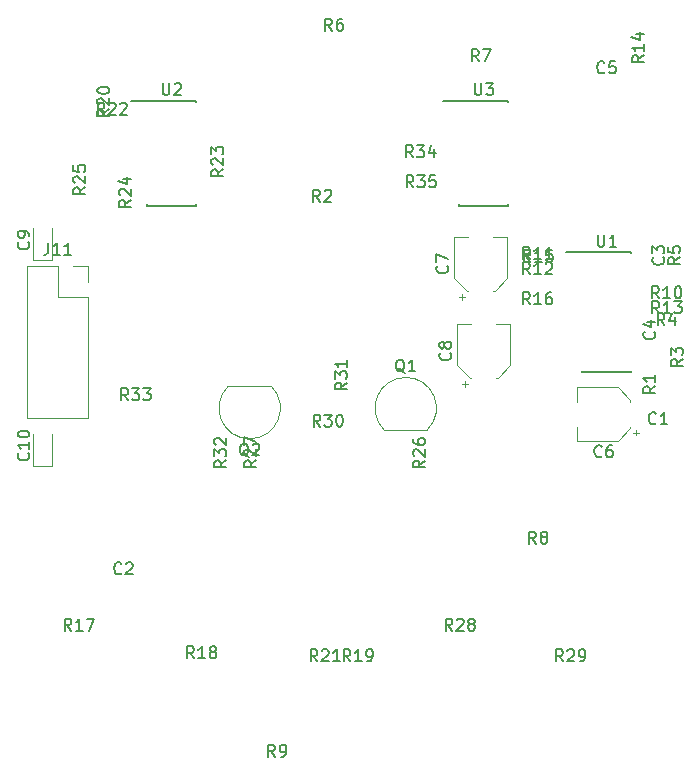
<source format=gto>
G04 #@! TF.GenerationSoftware,KiCad,Pcbnew,(5.0.2)-1*
G04 #@! TF.CreationDate,2019-02-20T11:37:58+00:00*
G04 #@! TF.ProjectId,vco,76636f2e-6b69-4636-9164-5f7063625858,rev?*
G04 #@! TF.SameCoordinates,Original*
G04 #@! TF.FileFunction,Legend,Top*
G04 #@! TF.FilePolarity,Positive*
%FSLAX46Y46*%
G04 Gerber Fmt 4.6, Leading zero omitted, Abs format (unit mm)*
G04 Created by KiCad (PCBNEW (5.0.2)-1) date 20/02/2019 11:37:58*
%MOMM*%
%LPD*%
G01*
G04 APERTURE LIST*
%ADD10C,0.120000*%
%ADD11C,0.150000*%
G04 APERTURE END LIST*
D10*
G04 #@! TO.C,C6*
X156490000Y-98324000D02*
X156490000Y-99524000D01*
X156490000Y-102844000D02*
X156490000Y-101644000D01*
X159945563Y-102844000D02*
X156490000Y-102844000D01*
X159945563Y-98324000D02*
X156490000Y-98324000D01*
X161010000Y-99388437D02*
X161010000Y-99524000D01*
X161010000Y-101779563D02*
X161010000Y-101644000D01*
X161010000Y-101779563D02*
X159945563Y-102844000D01*
X161010000Y-99388437D02*
X159945563Y-98324000D01*
X161750000Y-102144000D02*
X161250000Y-102144000D01*
X161500000Y-102394000D02*
X161500000Y-101894000D01*
G04 #@! TO.C,C7*
X150596000Y-85624000D02*
X149396000Y-85624000D01*
X146076000Y-85624000D02*
X147276000Y-85624000D01*
X146076000Y-89079563D02*
X146076000Y-85624000D01*
X150596000Y-89079563D02*
X150596000Y-85624000D01*
X149531563Y-90144000D02*
X149396000Y-90144000D01*
X147140437Y-90144000D02*
X147276000Y-90144000D01*
X147140437Y-90144000D02*
X146076000Y-89079563D01*
X149531563Y-90144000D02*
X150596000Y-89079563D01*
X146776000Y-90884000D02*
X146776000Y-90384000D01*
X146526000Y-90634000D02*
X147026000Y-90634000D01*
G04 #@! TO.C,C8*
X146780000Y-98000000D02*
X147280000Y-98000000D01*
X147030000Y-98250000D02*
X147030000Y-97750000D01*
X149785563Y-97510000D02*
X150850000Y-96445563D01*
X147394437Y-97510000D02*
X146330000Y-96445563D01*
X147394437Y-97510000D02*
X147530000Y-97510000D01*
X149785563Y-97510000D02*
X149650000Y-97510000D01*
X150850000Y-96445563D02*
X150850000Y-92990000D01*
X146330000Y-96445563D02*
X146330000Y-92990000D01*
X146330000Y-92990000D02*
X147530000Y-92990000D01*
X150850000Y-92990000D02*
X149650000Y-92990000D01*
G04 #@! TO.C,C9*
X110467000Y-84852000D02*
X110467000Y-87562000D01*
X110467000Y-87562000D02*
X112037000Y-87562000D01*
X112037000Y-87562000D02*
X112037000Y-84852000D01*
G04 #@! TO.C,C10*
X112037000Y-104959500D02*
X112037000Y-102249500D01*
X110467000Y-104959500D02*
X112037000Y-104959500D01*
X110467000Y-102249500D02*
X110467000Y-104959500D01*
G04 #@! TO.C,J11*
X109922000Y-88078000D02*
X112522000Y-88078000D01*
X109922000Y-88078000D02*
X109922000Y-100898000D01*
X109922000Y-100898000D02*
X115122000Y-100898000D01*
X115122000Y-90678000D02*
X115122000Y-100898000D01*
X112522000Y-90678000D02*
X115122000Y-90678000D01*
X112522000Y-88078000D02*
X112522000Y-90678000D01*
X115122000Y-88078000D02*
X115122000Y-89408000D01*
X113792000Y-88078000D02*
X115122000Y-88078000D01*
G04 #@! TO.C,Q1*
X143824478Y-101914478D02*
G75*
G03X141986000Y-97476000I-1838478J1838478D01*
G01*
X140147522Y-101914478D02*
G75*
G02X141986000Y-97476000I1838478J1838478D01*
G01*
X140186000Y-101926000D02*
X143786000Y-101926000D01*
G04 #@! TO.C,Q2*
X130578000Y-98226000D02*
X126978000Y-98226000D01*
X130616478Y-98237522D02*
G75*
G02X128778000Y-102676000I-1838478J-1838478D01*
G01*
X126939522Y-98237522D02*
G75*
G03X128778000Y-102676000I1838478J-1838478D01*
G01*
D11*
G04 #@! TO.C,U1*
X156929000Y-86873000D02*
X156929000Y-86898000D01*
X161079000Y-86873000D02*
X161079000Y-86978000D01*
X161079000Y-97023000D02*
X161079000Y-96918000D01*
X156929000Y-97023000D02*
X156929000Y-96918000D01*
X156929000Y-86873000D02*
X161079000Y-86873000D01*
X156929000Y-97023000D02*
X161079000Y-97023000D01*
X156929000Y-86898000D02*
X155554000Y-86898000D01*
G04 #@! TO.C,U2*
X120099000Y-74061000D02*
X118724000Y-74061000D01*
X120099000Y-82936000D02*
X124249000Y-82936000D01*
X120099000Y-74036000D02*
X124249000Y-74036000D01*
X120099000Y-82936000D02*
X120099000Y-82821000D01*
X124249000Y-82936000D02*
X124249000Y-82821000D01*
X124249000Y-74036000D02*
X124249000Y-74151000D01*
X120099000Y-74036000D02*
X120099000Y-74061000D01*
G04 #@! TO.C,U3*
X146515000Y-74036000D02*
X146515000Y-74061000D01*
X150665000Y-74036000D02*
X150665000Y-74151000D01*
X150665000Y-82936000D02*
X150665000Y-82821000D01*
X146515000Y-82936000D02*
X146515000Y-82821000D01*
X146515000Y-74036000D02*
X150665000Y-74036000D01*
X146515000Y-82936000D02*
X150665000Y-82936000D01*
X146515000Y-74061000D02*
X145140000Y-74061000D01*
G04 #@! TO.C,C1*
X163178333Y-101349142D02*
X163130714Y-101396761D01*
X162987857Y-101444380D01*
X162892619Y-101444380D01*
X162749761Y-101396761D01*
X162654523Y-101301523D01*
X162606904Y-101206285D01*
X162559285Y-101015809D01*
X162559285Y-100872952D01*
X162606904Y-100682476D01*
X162654523Y-100587238D01*
X162749761Y-100492000D01*
X162892619Y-100444380D01*
X162987857Y-100444380D01*
X163130714Y-100492000D01*
X163178333Y-100539619D01*
X164130714Y-101444380D02*
X163559285Y-101444380D01*
X163845000Y-101444380D02*
X163845000Y-100444380D01*
X163749761Y-100587238D01*
X163654523Y-100682476D01*
X163559285Y-100730095D01*
G04 #@! TO.C,C2*
X117920333Y-114049142D02*
X117872714Y-114096761D01*
X117729857Y-114144380D01*
X117634619Y-114144380D01*
X117491761Y-114096761D01*
X117396523Y-114001523D01*
X117348904Y-113906285D01*
X117301285Y-113715809D01*
X117301285Y-113572952D01*
X117348904Y-113382476D01*
X117396523Y-113287238D01*
X117491761Y-113192000D01*
X117634619Y-113144380D01*
X117729857Y-113144380D01*
X117872714Y-113192000D01*
X117920333Y-113239619D01*
X118301285Y-113239619D02*
X118348904Y-113192000D01*
X118444142Y-113144380D01*
X118682238Y-113144380D01*
X118777476Y-113192000D01*
X118825095Y-113239619D01*
X118872714Y-113334857D01*
X118872714Y-113430095D01*
X118825095Y-113572952D01*
X118253666Y-114144380D01*
X118872714Y-114144380D01*
G04 #@! TO.C,C3*
X163779142Y-87311666D02*
X163826761Y-87359285D01*
X163874380Y-87502142D01*
X163874380Y-87597380D01*
X163826761Y-87740238D01*
X163731523Y-87835476D01*
X163636285Y-87883095D01*
X163445809Y-87930714D01*
X163302952Y-87930714D01*
X163112476Y-87883095D01*
X163017238Y-87835476D01*
X162922000Y-87740238D01*
X162874380Y-87597380D01*
X162874380Y-87502142D01*
X162922000Y-87359285D01*
X162969619Y-87311666D01*
X162874380Y-86978333D02*
X162874380Y-86359285D01*
X163255333Y-86692619D01*
X163255333Y-86549761D01*
X163302952Y-86454523D01*
X163350571Y-86406904D01*
X163445809Y-86359285D01*
X163683904Y-86359285D01*
X163779142Y-86406904D01*
X163826761Y-86454523D01*
X163874380Y-86549761D01*
X163874380Y-86835476D01*
X163826761Y-86930714D01*
X163779142Y-86978333D01*
G04 #@! TO.C,C4*
X163017142Y-93615666D02*
X163064761Y-93663285D01*
X163112380Y-93806142D01*
X163112380Y-93901380D01*
X163064761Y-94044238D01*
X162969523Y-94139476D01*
X162874285Y-94187095D01*
X162683809Y-94234714D01*
X162540952Y-94234714D01*
X162350476Y-94187095D01*
X162255238Y-94139476D01*
X162160000Y-94044238D01*
X162112380Y-93901380D01*
X162112380Y-93806142D01*
X162160000Y-93663285D01*
X162207619Y-93615666D01*
X162445714Y-92758523D02*
X163112380Y-92758523D01*
X162064761Y-92996619D02*
X162779047Y-93234714D01*
X162779047Y-92615666D01*
G04 #@! TO.C,C5*
X158814333Y-71631142D02*
X158766714Y-71678761D01*
X158623857Y-71726380D01*
X158528619Y-71726380D01*
X158385761Y-71678761D01*
X158290523Y-71583523D01*
X158242904Y-71488285D01*
X158195285Y-71297809D01*
X158195285Y-71154952D01*
X158242904Y-70964476D01*
X158290523Y-70869238D01*
X158385761Y-70774000D01*
X158528619Y-70726380D01*
X158623857Y-70726380D01*
X158766714Y-70774000D01*
X158814333Y-70821619D01*
X159719095Y-70726380D02*
X159242904Y-70726380D01*
X159195285Y-71202571D01*
X159242904Y-71154952D01*
X159338142Y-71107333D01*
X159576238Y-71107333D01*
X159671476Y-71154952D01*
X159719095Y-71202571D01*
X159766714Y-71297809D01*
X159766714Y-71535904D01*
X159719095Y-71631142D01*
X159671476Y-71678761D01*
X159576238Y-71726380D01*
X159338142Y-71726380D01*
X159242904Y-71678761D01*
X159195285Y-71631142D01*
G04 #@! TO.C,C6*
X158583333Y-104141142D02*
X158535714Y-104188761D01*
X158392857Y-104236380D01*
X158297619Y-104236380D01*
X158154761Y-104188761D01*
X158059523Y-104093523D01*
X158011904Y-103998285D01*
X157964285Y-103807809D01*
X157964285Y-103664952D01*
X158011904Y-103474476D01*
X158059523Y-103379238D01*
X158154761Y-103284000D01*
X158297619Y-103236380D01*
X158392857Y-103236380D01*
X158535714Y-103284000D01*
X158583333Y-103331619D01*
X159440476Y-103236380D02*
X159250000Y-103236380D01*
X159154761Y-103284000D01*
X159107142Y-103331619D01*
X159011904Y-103474476D01*
X158964285Y-103664952D01*
X158964285Y-104045904D01*
X159011904Y-104141142D01*
X159059523Y-104188761D01*
X159154761Y-104236380D01*
X159345238Y-104236380D01*
X159440476Y-104188761D01*
X159488095Y-104141142D01*
X159535714Y-104045904D01*
X159535714Y-103807809D01*
X159488095Y-103712571D01*
X159440476Y-103664952D01*
X159345238Y-103617333D01*
X159154761Y-103617333D01*
X159059523Y-103664952D01*
X159011904Y-103712571D01*
X158964285Y-103807809D01*
G04 #@! TO.C,C7*
X145493142Y-88050666D02*
X145540761Y-88098285D01*
X145588380Y-88241142D01*
X145588380Y-88336380D01*
X145540761Y-88479238D01*
X145445523Y-88574476D01*
X145350285Y-88622095D01*
X145159809Y-88669714D01*
X145016952Y-88669714D01*
X144826476Y-88622095D01*
X144731238Y-88574476D01*
X144636000Y-88479238D01*
X144588380Y-88336380D01*
X144588380Y-88241142D01*
X144636000Y-88098285D01*
X144683619Y-88050666D01*
X144588380Y-87717333D02*
X144588380Y-87050666D01*
X145588380Y-87479238D01*
G04 #@! TO.C,C8*
X145747142Y-95416666D02*
X145794761Y-95464285D01*
X145842380Y-95607142D01*
X145842380Y-95702380D01*
X145794761Y-95845238D01*
X145699523Y-95940476D01*
X145604285Y-95988095D01*
X145413809Y-96035714D01*
X145270952Y-96035714D01*
X145080476Y-95988095D01*
X144985238Y-95940476D01*
X144890000Y-95845238D01*
X144842380Y-95702380D01*
X144842380Y-95607142D01*
X144890000Y-95464285D01*
X144937619Y-95416666D01*
X145270952Y-94845238D02*
X145223333Y-94940476D01*
X145175714Y-94988095D01*
X145080476Y-95035714D01*
X145032857Y-95035714D01*
X144937619Y-94988095D01*
X144890000Y-94940476D01*
X144842380Y-94845238D01*
X144842380Y-94654761D01*
X144890000Y-94559523D01*
X144937619Y-94511904D01*
X145032857Y-94464285D01*
X145080476Y-94464285D01*
X145175714Y-94511904D01*
X145223333Y-94559523D01*
X145270952Y-94654761D01*
X145270952Y-94845238D01*
X145318571Y-94940476D01*
X145366190Y-94988095D01*
X145461428Y-95035714D01*
X145651904Y-95035714D01*
X145747142Y-94988095D01*
X145794761Y-94940476D01*
X145842380Y-94845238D01*
X145842380Y-94654761D01*
X145794761Y-94559523D01*
X145747142Y-94511904D01*
X145651904Y-94464285D01*
X145461428Y-94464285D01*
X145366190Y-94511904D01*
X145318571Y-94559523D01*
X145270952Y-94654761D01*
G04 #@! TO.C,C9*
X110029142Y-86018666D02*
X110076761Y-86066285D01*
X110124380Y-86209142D01*
X110124380Y-86304380D01*
X110076761Y-86447238D01*
X109981523Y-86542476D01*
X109886285Y-86590095D01*
X109695809Y-86637714D01*
X109552952Y-86637714D01*
X109362476Y-86590095D01*
X109267238Y-86542476D01*
X109172000Y-86447238D01*
X109124380Y-86304380D01*
X109124380Y-86209142D01*
X109172000Y-86066285D01*
X109219619Y-86018666D01*
X110124380Y-85542476D02*
X110124380Y-85352000D01*
X110076761Y-85256761D01*
X110029142Y-85209142D01*
X109886285Y-85113904D01*
X109695809Y-85066285D01*
X109314857Y-85066285D01*
X109219619Y-85113904D01*
X109172000Y-85161523D01*
X109124380Y-85256761D01*
X109124380Y-85447238D01*
X109172000Y-85542476D01*
X109219619Y-85590095D01*
X109314857Y-85637714D01*
X109552952Y-85637714D01*
X109648190Y-85590095D01*
X109695809Y-85542476D01*
X109743428Y-85447238D01*
X109743428Y-85256761D01*
X109695809Y-85161523D01*
X109648190Y-85113904D01*
X109552952Y-85066285D01*
G04 #@! TO.C,C10*
X110029142Y-103892357D02*
X110076761Y-103939976D01*
X110124380Y-104082833D01*
X110124380Y-104178071D01*
X110076761Y-104320928D01*
X109981523Y-104416166D01*
X109886285Y-104463785D01*
X109695809Y-104511404D01*
X109552952Y-104511404D01*
X109362476Y-104463785D01*
X109267238Y-104416166D01*
X109172000Y-104320928D01*
X109124380Y-104178071D01*
X109124380Y-104082833D01*
X109172000Y-103939976D01*
X109219619Y-103892357D01*
X110124380Y-102939976D02*
X110124380Y-103511404D01*
X110124380Y-103225690D02*
X109124380Y-103225690D01*
X109267238Y-103320928D01*
X109362476Y-103416166D01*
X109410095Y-103511404D01*
X109124380Y-102320928D02*
X109124380Y-102225690D01*
X109172000Y-102130452D01*
X109219619Y-102082833D01*
X109314857Y-102035214D01*
X109505333Y-101987595D01*
X109743428Y-101987595D01*
X109933904Y-102035214D01*
X110029142Y-102082833D01*
X110076761Y-102130452D01*
X110124380Y-102225690D01*
X110124380Y-102320928D01*
X110076761Y-102416166D01*
X110029142Y-102463785D01*
X109933904Y-102511404D01*
X109743428Y-102559023D01*
X109505333Y-102559023D01*
X109314857Y-102511404D01*
X109219619Y-102463785D01*
X109172000Y-102416166D01*
X109124380Y-102320928D01*
G04 #@! TO.C,J11*
X111712476Y-86090380D02*
X111712476Y-86804666D01*
X111664857Y-86947523D01*
X111569619Y-87042761D01*
X111426761Y-87090380D01*
X111331523Y-87090380D01*
X112712476Y-87090380D02*
X112141047Y-87090380D01*
X112426761Y-87090380D02*
X112426761Y-86090380D01*
X112331523Y-86233238D01*
X112236285Y-86328476D01*
X112141047Y-86376095D01*
X113664857Y-87090380D02*
X113093428Y-87090380D01*
X113379142Y-87090380D02*
X113379142Y-86090380D01*
X113283904Y-86233238D01*
X113188666Y-86328476D01*
X113093428Y-86376095D01*
G04 #@! TO.C,Q1*
X141890761Y-97063619D02*
X141795523Y-97016000D01*
X141700285Y-96920761D01*
X141557428Y-96777904D01*
X141462190Y-96730285D01*
X141366952Y-96730285D01*
X141414571Y-96968380D02*
X141319333Y-96920761D01*
X141224095Y-96825523D01*
X141176476Y-96635047D01*
X141176476Y-96301714D01*
X141224095Y-96111238D01*
X141319333Y-96016000D01*
X141414571Y-95968380D01*
X141605047Y-95968380D01*
X141700285Y-96016000D01*
X141795523Y-96111238D01*
X141843142Y-96301714D01*
X141843142Y-96635047D01*
X141795523Y-96825523D01*
X141700285Y-96920761D01*
X141605047Y-96968380D01*
X141414571Y-96968380D01*
X142795523Y-96968380D02*
X142224095Y-96968380D01*
X142509809Y-96968380D02*
X142509809Y-95968380D01*
X142414571Y-96111238D01*
X142319333Y-96206476D01*
X142224095Y-96254095D01*
G04 #@! TO.C,Q2*
X128682761Y-104183619D02*
X128587523Y-104136000D01*
X128492285Y-104040761D01*
X128349428Y-103897904D01*
X128254190Y-103850285D01*
X128158952Y-103850285D01*
X128206571Y-104088380D02*
X128111333Y-104040761D01*
X128016095Y-103945523D01*
X127968476Y-103755047D01*
X127968476Y-103421714D01*
X128016095Y-103231238D01*
X128111333Y-103136000D01*
X128206571Y-103088380D01*
X128397047Y-103088380D01*
X128492285Y-103136000D01*
X128587523Y-103231238D01*
X128635142Y-103421714D01*
X128635142Y-103755047D01*
X128587523Y-103945523D01*
X128492285Y-104040761D01*
X128397047Y-104088380D01*
X128206571Y-104088380D01*
X129016095Y-103183619D02*
X129063714Y-103136000D01*
X129158952Y-103088380D01*
X129397047Y-103088380D01*
X129492285Y-103136000D01*
X129539904Y-103183619D01*
X129587523Y-103278857D01*
X129587523Y-103374095D01*
X129539904Y-103516952D01*
X128968476Y-104088380D01*
X129587523Y-104088380D01*
G04 #@! TO.C,R1*
X163112380Y-98233666D02*
X162636190Y-98567000D01*
X163112380Y-98805095D02*
X162112380Y-98805095D01*
X162112380Y-98424142D01*
X162160000Y-98328904D01*
X162207619Y-98281285D01*
X162302857Y-98233666D01*
X162445714Y-98233666D01*
X162540952Y-98281285D01*
X162588571Y-98328904D01*
X162636190Y-98424142D01*
X162636190Y-98805095D01*
X163112380Y-97281285D02*
X163112380Y-97852714D01*
X163112380Y-97567000D02*
X162112380Y-97567000D01*
X162255238Y-97662238D01*
X162350476Y-97757476D01*
X162398095Y-97852714D01*
G04 #@! TO.C,R2*
X134730333Y-82594380D02*
X134397000Y-82118190D01*
X134158904Y-82594380D02*
X134158904Y-81594380D01*
X134539857Y-81594380D01*
X134635095Y-81642000D01*
X134682714Y-81689619D01*
X134730333Y-81784857D01*
X134730333Y-81927714D01*
X134682714Y-82022952D01*
X134635095Y-82070571D01*
X134539857Y-82118190D01*
X134158904Y-82118190D01*
X135111285Y-81689619D02*
X135158904Y-81642000D01*
X135254142Y-81594380D01*
X135492238Y-81594380D01*
X135587476Y-81642000D01*
X135635095Y-81689619D01*
X135682714Y-81784857D01*
X135682714Y-81880095D01*
X135635095Y-82022952D01*
X135063666Y-82594380D01*
X135682714Y-82594380D01*
G04 #@! TO.C,R3*
X165452380Y-95924666D02*
X164976190Y-96258000D01*
X165452380Y-96496095D02*
X164452380Y-96496095D01*
X164452380Y-96115142D01*
X164500000Y-96019904D01*
X164547619Y-95972285D01*
X164642857Y-95924666D01*
X164785714Y-95924666D01*
X164880952Y-95972285D01*
X164928571Y-96019904D01*
X164976190Y-96115142D01*
X164976190Y-96496095D01*
X164452380Y-95591333D02*
X164452380Y-94972285D01*
X164833333Y-95305619D01*
X164833333Y-95162761D01*
X164880952Y-95067523D01*
X164928571Y-95019904D01*
X165023809Y-94972285D01*
X165261904Y-94972285D01*
X165357142Y-95019904D01*
X165404761Y-95067523D01*
X165452380Y-95162761D01*
X165452380Y-95448476D01*
X165404761Y-95543714D01*
X165357142Y-95591333D01*
G04 #@! TO.C,R4*
X163894333Y-93062380D02*
X163561000Y-92586190D01*
X163322904Y-93062380D02*
X163322904Y-92062380D01*
X163703857Y-92062380D01*
X163799095Y-92110000D01*
X163846714Y-92157619D01*
X163894333Y-92252857D01*
X163894333Y-92395714D01*
X163846714Y-92490952D01*
X163799095Y-92538571D01*
X163703857Y-92586190D01*
X163322904Y-92586190D01*
X164751476Y-92395714D02*
X164751476Y-93062380D01*
X164513380Y-92014761D02*
X164275285Y-92729047D01*
X164894333Y-92729047D01*
G04 #@! TO.C,R5*
X165198380Y-87311666D02*
X164722190Y-87645000D01*
X165198380Y-87883095D02*
X164198380Y-87883095D01*
X164198380Y-87502142D01*
X164246000Y-87406904D01*
X164293619Y-87359285D01*
X164388857Y-87311666D01*
X164531714Y-87311666D01*
X164626952Y-87359285D01*
X164674571Y-87406904D01*
X164722190Y-87502142D01*
X164722190Y-87883095D01*
X164198380Y-86406904D02*
X164198380Y-86883095D01*
X164674571Y-86930714D01*
X164626952Y-86883095D01*
X164579333Y-86787857D01*
X164579333Y-86549761D01*
X164626952Y-86454523D01*
X164674571Y-86406904D01*
X164769809Y-86359285D01*
X165007904Y-86359285D01*
X165103142Y-86406904D01*
X165150761Y-86454523D01*
X165198380Y-86549761D01*
X165198380Y-86787857D01*
X165150761Y-86883095D01*
X165103142Y-86930714D01*
G04 #@! TO.C,R6*
X135746333Y-68116380D02*
X135413000Y-67640190D01*
X135174904Y-68116380D02*
X135174904Y-67116380D01*
X135555857Y-67116380D01*
X135651095Y-67164000D01*
X135698714Y-67211619D01*
X135746333Y-67306857D01*
X135746333Y-67449714D01*
X135698714Y-67544952D01*
X135651095Y-67592571D01*
X135555857Y-67640190D01*
X135174904Y-67640190D01*
X136603476Y-67116380D02*
X136413000Y-67116380D01*
X136317761Y-67164000D01*
X136270142Y-67211619D01*
X136174904Y-67354476D01*
X136127285Y-67544952D01*
X136127285Y-67925904D01*
X136174904Y-68021142D01*
X136222523Y-68068761D01*
X136317761Y-68116380D01*
X136508238Y-68116380D01*
X136603476Y-68068761D01*
X136651095Y-68021142D01*
X136698714Y-67925904D01*
X136698714Y-67687809D01*
X136651095Y-67592571D01*
X136603476Y-67544952D01*
X136508238Y-67497333D01*
X136317761Y-67497333D01*
X136222523Y-67544952D01*
X136174904Y-67592571D01*
X136127285Y-67687809D01*
G04 #@! TO.C,R7*
X148169333Y-70710380D02*
X147836000Y-70234190D01*
X147597904Y-70710380D02*
X147597904Y-69710380D01*
X147978857Y-69710380D01*
X148074095Y-69758000D01*
X148121714Y-69805619D01*
X148169333Y-69900857D01*
X148169333Y-70043714D01*
X148121714Y-70138952D01*
X148074095Y-70186571D01*
X147978857Y-70234190D01*
X147597904Y-70234190D01*
X148502666Y-69710380D02*
X149169333Y-69710380D01*
X148740761Y-70710380D01*
G04 #@! TO.C,R8*
X153018333Y-111550380D02*
X152685000Y-111074190D01*
X152446904Y-111550380D02*
X152446904Y-110550380D01*
X152827857Y-110550380D01*
X152923095Y-110598000D01*
X152970714Y-110645619D01*
X153018333Y-110740857D01*
X153018333Y-110883714D01*
X152970714Y-110978952D01*
X152923095Y-111026571D01*
X152827857Y-111074190D01*
X152446904Y-111074190D01*
X153589761Y-110978952D02*
X153494523Y-110931333D01*
X153446904Y-110883714D01*
X153399285Y-110788476D01*
X153399285Y-110740857D01*
X153446904Y-110645619D01*
X153494523Y-110598000D01*
X153589761Y-110550380D01*
X153780238Y-110550380D01*
X153875476Y-110598000D01*
X153923095Y-110645619D01*
X153970714Y-110740857D01*
X153970714Y-110788476D01*
X153923095Y-110883714D01*
X153875476Y-110931333D01*
X153780238Y-110978952D01*
X153589761Y-110978952D01*
X153494523Y-111026571D01*
X153446904Y-111074190D01*
X153399285Y-111169428D01*
X153399285Y-111359904D01*
X153446904Y-111455142D01*
X153494523Y-111502761D01*
X153589761Y-111550380D01*
X153780238Y-111550380D01*
X153875476Y-111502761D01*
X153923095Y-111455142D01*
X153970714Y-111359904D01*
X153970714Y-111169428D01*
X153923095Y-111074190D01*
X153875476Y-111026571D01*
X153780238Y-110978952D01*
G04 #@! TO.C,R9*
X130920333Y-129584380D02*
X130587000Y-129108190D01*
X130348904Y-129584380D02*
X130348904Y-128584380D01*
X130729857Y-128584380D01*
X130825095Y-128632000D01*
X130872714Y-128679619D01*
X130920333Y-128774857D01*
X130920333Y-128917714D01*
X130872714Y-129012952D01*
X130825095Y-129060571D01*
X130729857Y-129108190D01*
X130348904Y-129108190D01*
X131396523Y-129584380D02*
X131587000Y-129584380D01*
X131682238Y-129536761D01*
X131729857Y-129489142D01*
X131825095Y-129346285D01*
X131872714Y-129155809D01*
X131872714Y-128774857D01*
X131825095Y-128679619D01*
X131777476Y-128632000D01*
X131682238Y-128584380D01*
X131491761Y-128584380D01*
X131396523Y-128632000D01*
X131348904Y-128679619D01*
X131301285Y-128774857D01*
X131301285Y-129012952D01*
X131348904Y-129108190D01*
X131396523Y-129155809D01*
X131491761Y-129203428D01*
X131682238Y-129203428D01*
X131777476Y-129155809D01*
X131825095Y-129108190D01*
X131872714Y-129012952D01*
G04 #@! TO.C,R10*
X163418142Y-90776380D02*
X163084809Y-90300190D01*
X162846714Y-90776380D02*
X162846714Y-89776380D01*
X163227666Y-89776380D01*
X163322904Y-89824000D01*
X163370523Y-89871619D01*
X163418142Y-89966857D01*
X163418142Y-90109714D01*
X163370523Y-90204952D01*
X163322904Y-90252571D01*
X163227666Y-90300190D01*
X162846714Y-90300190D01*
X164370523Y-90776380D02*
X163799095Y-90776380D01*
X164084809Y-90776380D02*
X164084809Y-89776380D01*
X163989571Y-89919238D01*
X163894333Y-90014476D01*
X163799095Y-90062095D01*
X164989571Y-89776380D02*
X165084809Y-89776380D01*
X165180047Y-89824000D01*
X165227666Y-89871619D01*
X165275285Y-89966857D01*
X165322904Y-90157333D01*
X165322904Y-90395428D01*
X165275285Y-90585904D01*
X165227666Y-90681142D01*
X165180047Y-90728761D01*
X165084809Y-90776380D01*
X164989571Y-90776380D01*
X164894333Y-90728761D01*
X164846714Y-90681142D01*
X164799095Y-90585904D01*
X164751476Y-90395428D01*
X164751476Y-90157333D01*
X164799095Y-89966857D01*
X164846714Y-89871619D01*
X164894333Y-89824000D01*
X164989571Y-89776380D01*
G04 #@! TO.C,R11*
X152496142Y-87474380D02*
X152162809Y-86998190D01*
X151924714Y-87474380D02*
X151924714Y-86474380D01*
X152305666Y-86474380D01*
X152400904Y-86522000D01*
X152448523Y-86569619D01*
X152496142Y-86664857D01*
X152496142Y-86807714D01*
X152448523Y-86902952D01*
X152400904Y-86950571D01*
X152305666Y-86998190D01*
X151924714Y-86998190D01*
X153448523Y-87474380D02*
X152877095Y-87474380D01*
X153162809Y-87474380D02*
X153162809Y-86474380D01*
X153067571Y-86617238D01*
X152972333Y-86712476D01*
X152877095Y-86760095D01*
X154400904Y-87474380D02*
X153829476Y-87474380D01*
X154115190Y-87474380D02*
X154115190Y-86474380D01*
X154019952Y-86617238D01*
X153924714Y-86712476D01*
X153829476Y-86760095D01*
G04 #@! TO.C,R12*
X152496142Y-88744380D02*
X152162809Y-88268190D01*
X151924714Y-88744380D02*
X151924714Y-87744380D01*
X152305666Y-87744380D01*
X152400904Y-87792000D01*
X152448523Y-87839619D01*
X152496142Y-87934857D01*
X152496142Y-88077714D01*
X152448523Y-88172952D01*
X152400904Y-88220571D01*
X152305666Y-88268190D01*
X151924714Y-88268190D01*
X153448523Y-88744380D02*
X152877095Y-88744380D01*
X153162809Y-88744380D02*
X153162809Y-87744380D01*
X153067571Y-87887238D01*
X152972333Y-87982476D01*
X152877095Y-88030095D01*
X153829476Y-87839619D02*
X153877095Y-87792000D01*
X153972333Y-87744380D01*
X154210428Y-87744380D01*
X154305666Y-87792000D01*
X154353285Y-87839619D01*
X154400904Y-87934857D01*
X154400904Y-88030095D01*
X154353285Y-88172952D01*
X153781857Y-88744380D01*
X154400904Y-88744380D01*
G04 #@! TO.C,R13*
X163441142Y-92046380D02*
X163107809Y-91570190D01*
X162869714Y-92046380D02*
X162869714Y-91046380D01*
X163250666Y-91046380D01*
X163345904Y-91094000D01*
X163393523Y-91141619D01*
X163441142Y-91236857D01*
X163441142Y-91379714D01*
X163393523Y-91474952D01*
X163345904Y-91522571D01*
X163250666Y-91570190D01*
X162869714Y-91570190D01*
X164393523Y-92046380D02*
X163822095Y-92046380D01*
X164107809Y-92046380D02*
X164107809Y-91046380D01*
X164012571Y-91189238D01*
X163917333Y-91284476D01*
X163822095Y-91332095D01*
X164726857Y-91046380D02*
X165345904Y-91046380D01*
X165012571Y-91427333D01*
X165155428Y-91427333D01*
X165250666Y-91474952D01*
X165298285Y-91522571D01*
X165345904Y-91617809D01*
X165345904Y-91855904D01*
X165298285Y-91951142D01*
X165250666Y-91998761D01*
X165155428Y-92046380D01*
X164869714Y-92046380D01*
X164774476Y-91998761D01*
X164726857Y-91951142D01*
G04 #@! TO.C,R14*
X162150380Y-70215857D02*
X161674190Y-70549190D01*
X162150380Y-70787285D02*
X161150380Y-70787285D01*
X161150380Y-70406333D01*
X161198000Y-70311095D01*
X161245619Y-70263476D01*
X161340857Y-70215857D01*
X161483714Y-70215857D01*
X161578952Y-70263476D01*
X161626571Y-70311095D01*
X161674190Y-70406333D01*
X161674190Y-70787285D01*
X162150380Y-69263476D02*
X162150380Y-69834904D01*
X162150380Y-69549190D02*
X161150380Y-69549190D01*
X161293238Y-69644428D01*
X161388476Y-69739666D01*
X161436095Y-69834904D01*
X161483714Y-68406333D02*
X162150380Y-68406333D01*
X161102761Y-68644428D02*
X161817047Y-68882523D01*
X161817047Y-68263476D01*
G04 #@! TO.C,R15*
X152542142Y-87674380D02*
X152208809Y-87198190D01*
X151970714Y-87674380D02*
X151970714Y-86674380D01*
X152351666Y-86674380D01*
X152446904Y-86722000D01*
X152494523Y-86769619D01*
X152542142Y-86864857D01*
X152542142Y-87007714D01*
X152494523Y-87102952D01*
X152446904Y-87150571D01*
X152351666Y-87198190D01*
X151970714Y-87198190D01*
X153494523Y-87674380D02*
X152923095Y-87674380D01*
X153208809Y-87674380D02*
X153208809Y-86674380D01*
X153113571Y-86817238D01*
X153018333Y-86912476D01*
X152923095Y-86960095D01*
X154399285Y-86674380D02*
X153923095Y-86674380D01*
X153875476Y-87150571D01*
X153923095Y-87102952D01*
X154018333Y-87055333D01*
X154256428Y-87055333D01*
X154351666Y-87102952D01*
X154399285Y-87150571D01*
X154446904Y-87245809D01*
X154446904Y-87483904D01*
X154399285Y-87579142D01*
X154351666Y-87626761D01*
X154256428Y-87674380D01*
X154018333Y-87674380D01*
X153923095Y-87626761D01*
X153875476Y-87579142D01*
G04 #@! TO.C,R16*
X152496142Y-91284380D02*
X152162809Y-90808190D01*
X151924714Y-91284380D02*
X151924714Y-90284380D01*
X152305666Y-90284380D01*
X152400904Y-90332000D01*
X152448523Y-90379619D01*
X152496142Y-90474857D01*
X152496142Y-90617714D01*
X152448523Y-90712952D01*
X152400904Y-90760571D01*
X152305666Y-90808190D01*
X151924714Y-90808190D01*
X153448523Y-91284380D02*
X152877095Y-91284380D01*
X153162809Y-91284380D02*
X153162809Y-90284380D01*
X153067571Y-90427238D01*
X152972333Y-90522476D01*
X152877095Y-90570095D01*
X154305666Y-90284380D02*
X154115190Y-90284380D01*
X154019952Y-90332000D01*
X153972333Y-90379619D01*
X153877095Y-90522476D01*
X153829476Y-90712952D01*
X153829476Y-91093904D01*
X153877095Y-91189142D01*
X153924714Y-91236761D01*
X154019952Y-91284380D01*
X154210428Y-91284380D01*
X154305666Y-91236761D01*
X154353285Y-91189142D01*
X154400904Y-91093904D01*
X154400904Y-90855809D01*
X154353285Y-90760571D01*
X154305666Y-90712952D01*
X154210428Y-90665333D01*
X154019952Y-90665333D01*
X153924714Y-90712952D01*
X153877095Y-90760571D01*
X153829476Y-90855809D01*
G04 #@! TO.C,R17*
X113680142Y-118916380D02*
X113346809Y-118440190D01*
X113108714Y-118916380D02*
X113108714Y-117916380D01*
X113489666Y-117916380D01*
X113584904Y-117964000D01*
X113632523Y-118011619D01*
X113680142Y-118106857D01*
X113680142Y-118249714D01*
X113632523Y-118344952D01*
X113584904Y-118392571D01*
X113489666Y-118440190D01*
X113108714Y-118440190D01*
X114632523Y-118916380D02*
X114061095Y-118916380D01*
X114346809Y-118916380D02*
X114346809Y-117916380D01*
X114251571Y-118059238D01*
X114156333Y-118154476D01*
X114061095Y-118202095D01*
X114965857Y-117916380D02*
X115632523Y-117916380D01*
X115203952Y-118916380D01*
G04 #@! TO.C,R18*
X124048142Y-121256380D02*
X123714809Y-120780190D01*
X123476714Y-121256380D02*
X123476714Y-120256380D01*
X123857666Y-120256380D01*
X123952904Y-120304000D01*
X124000523Y-120351619D01*
X124048142Y-120446857D01*
X124048142Y-120589714D01*
X124000523Y-120684952D01*
X123952904Y-120732571D01*
X123857666Y-120780190D01*
X123476714Y-120780190D01*
X125000523Y-121256380D02*
X124429095Y-121256380D01*
X124714809Y-121256380D02*
X124714809Y-120256380D01*
X124619571Y-120399238D01*
X124524333Y-120494476D01*
X124429095Y-120542095D01*
X125571952Y-120684952D02*
X125476714Y-120637333D01*
X125429095Y-120589714D01*
X125381476Y-120494476D01*
X125381476Y-120446857D01*
X125429095Y-120351619D01*
X125476714Y-120304000D01*
X125571952Y-120256380D01*
X125762428Y-120256380D01*
X125857666Y-120304000D01*
X125905285Y-120351619D01*
X125952904Y-120446857D01*
X125952904Y-120494476D01*
X125905285Y-120589714D01*
X125857666Y-120637333D01*
X125762428Y-120684952D01*
X125571952Y-120684952D01*
X125476714Y-120732571D01*
X125429095Y-120780190D01*
X125381476Y-120875428D01*
X125381476Y-121065904D01*
X125429095Y-121161142D01*
X125476714Y-121208761D01*
X125571952Y-121256380D01*
X125762428Y-121256380D01*
X125857666Y-121208761D01*
X125905285Y-121161142D01*
X125952904Y-121065904D01*
X125952904Y-120875428D01*
X125905285Y-120780190D01*
X125857666Y-120732571D01*
X125762428Y-120684952D01*
G04 #@! TO.C,R19*
X137302142Y-121510380D02*
X136968809Y-121034190D01*
X136730714Y-121510380D02*
X136730714Y-120510380D01*
X137111666Y-120510380D01*
X137206904Y-120558000D01*
X137254523Y-120605619D01*
X137302142Y-120700857D01*
X137302142Y-120843714D01*
X137254523Y-120938952D01*
X137206904Y-120986571D01*
X137111666Y-121034190D01*
X136730714Y-121034190D01*
X138254523Y-121510380D02*
X137683095Y-121510380D01*
X137968809Y-121510380D02*
X137968809Y-120510380D01*
X137873571Y-120653238D01*
X137778333Y-120748476D01*
X137683095Y-120796095D01*
X138730714Y-121510380D02*
X138921190Y-121510380D01*
X139016428Y-121462761D01*
X139064047Y-121415142D01*
X139159285Y-121272285D01*
X139206904Y-121081809D01*
X139206904Y-120700857D01*
X139159285Y-120605619D01*
X139111666Y-120558000D01*
X139016428Y-120510380D01*
X138825952Y-120510380D01*
X138730714Y-120558000D01*
X138683095Y-120605619D01*
X138635476Y-120700857D01*
X138635476Y-120938952D01*
X138683095Y-121034190D01*
X138730714Y-121081809D01*
X138825952Y-121129428D01*
X139016428Y-121129428D01*
X139111666Y-121081809D01*
X139159285Y-121034190D01*
X139206904Y-120938952D01*
G04 #@! TO.C,R20*
X116884380Y-74787857D02*
X116408190Y-75121190D01*
X116884380Y-75359285D02*
X115884380Y-75359285D01*
X115884380Y-74978333D01*
X115932000Y-74883095D01*
X115979619Y-74835476D01*
X116074857Y-74787857D01*
X116217714Y-74787857D01*
X116312952Y-74835476D01*
X116360571Y-74883095D01*
X116408190Y-74978333D01*
X116408190Y-75359285D01*
X115979619Y-74406904D02*
X115932000Y-74359285D01*
X115884380Y-74264047D01*
X115884380Y-74025952D01*
X115932000Y-73930714D01*
X115979619Y-73883095D01*
X116074857Y-73835476D01*
X116170095Y-73835476D01*
X116312952Y-73883095D01*
X116884380Y-74454523D01*
X116884380Y-73835476D01*
X115884380Y-73216428D02*
X115884380Y-73121190D01*
X115932000Y-73025952D01*
X115979619Y-72978333D01*
X116074857Y-72930714D01*
X116265333Y-72883095D01*
X116503428Y-72883095D01*
X116693904Y-72930714D01*
X116789142Y-72978333D01*
X116836761Y-73025952D01*
X116884380Y-73121190D01*
X116884380Y-73216428D01*
X116836761Y-73311666D01*
X116789142Y-73359285D01*
X116693904Y-73406904D01*
X116503428Y-73454523D01*
X116265333Y-73454523D01*
X116074857Y-73406904D01*
X115979619Y-73359285D01*
X115932000Y-73311666D01*
X115884380Y-73216428D01*
G04 #@! TO.C,R21*
X134508142Y-121510380D02*
X134174809Y-121034190D01*
X133936714Y-121510380D02*
X133936714Y-120510380D01*
X134317666Y-120510380D01*
X134412904Y-120558000D01*
X134460523Y-120605619D01*
X134508142Y-120700857D01*
X134508142Y-120843714D01*
X134460523Y-120938952D01*
X134412904Y-120986571D01*
X134317666Y-121034190D01*
X133936714Y-121034190D01*
X134889095Y-120605619D02*
X134936714Y-120558000D01*
X135031952Y-120510380D01*
X135270047Y-120510380D01*
X135365285Y-120558000D01*
X135412904Y-120605619D01*
X135460523Y-120700857D01*
X135460523Y-120796095D01*
X135412904Y-120938952D01*
X134841476Y-121510380D01*
X135460523Y-121510380D01*
X136412904Y-121510380D02*
X135841476Y-121510380D01*
X136127190Y-121510380D02*
X136127190Y-120510380D01*
X136031952Y-120653238D01*
X135936714Y-120748476D01*
X135841476Y-120796095D01*
G04 #@! TO.C,R22*
X116474142Y-75228380D02*
X116140809Y-74752190D01*
X115902714Y-75228380D02*
X115902714Y-74228380D01*
X116283666Y-74228380D01*
X116378904Y-74276000D01*
X116426523Y-74323619D01*
X116474142Y-74418857D01*
X116474142Y-74561714D01*
X116426523Y-74656952D01*
X116378904Y-74704571D01*
X116283666Y-74752190D01*
X115902714Y-74752190D01*
X116855095Y-74323619D02*
X116902714Y-74276000D01*
X116997952Y-74228380D01*
X117236047Y-74228380D01*
X117331285Y-74276000D01*
X117378904Y-74323619D01*
X117426523Y-74418857D01*
X117426523Y-74514095D01*
X117378904Y-74656952D01*
X116807476Y-75228380D01*
X117426523Y-75228380D01*
X117807476Y-74323619D02*
X117855095Y-74276000D01*
X117950333Y-74228380D01*
X118188428Y-74228380D01*
X118283666Y-74276000D01*
X118331285Y-74323619D01*
X118378904Y-74418857D01*
X118378904Y-74514095D01*
X118331285Y-74656952D01*
X117759857Y-75228380D01*
X118378904Y-75228380D01*
G04 #@! TO.C,R23*
X126536380Y-79867857D02*
X126060190Y-80201190D01*
X126536380Y-80439285D02*
X125536380Y-80439285D01*
X125536380Y-80058333D01*
X125584000Y-79963095D01*
X125631619Y-79915476D01*
X125726857Y-79867857D01*
X125869714Y-79867857D01*
X125964952Y-79915476D01*
X126012571Y-79963095D01*
X126060190Y-80058333D01*
X126060190Y-80439285D01*
X125631619Y-79486904D02*
X125584000Y-79439285D01*
X125536380Y-79344047D01*
X125536380Y-79105952D01*
X125584000Y-79010714D01*
X125631619Y-78963095D01*
X125726857Y-78915476D01*
X125822095Y-78915476D01*
X125964952Y-78963095D01*
X126536380Y-79534523D01*
X126536380Y-78915476D01*
X125536380Y-78582142D02*
X125536380Y-77963095D01*
X125917333Y-78296428D01*
X125917333Y-78153571D01*
X125964952Y-78058333D01*
X126012571Y-78010714D01*
X126107809Y-77963095D01*
X126345904Y-77963095D01*
X126441142Y-78010714D01*
X126488761Y-78058333D01*
X126536380Y-78153571D01*
X126536380Y-78439285D01*
X126488761Y-78534523D01*
X126441142Y-78582142D01*
G04 #@! TO.C,R24*
X118716380Y-82453857D02*
X118240190Y-82787190D01*
X118716380Y-83025285D02*
X117716380Y-83025285D01*
X117716380Y-82644333D01*
X117764000Y-82549095D01*
X117811619Y-82501476D01*
X117906857Y-82453857D01*
X118049714Y-82453857D01*
X118144952Y-82501476D01*
X118192571Y-82549095D01*
X118240190Y-82644333D01*
X118240190Y-83025285D01*
X117811619Y-82072904D02*
X117764000Y-82025285D01*
X117716380Y-81930047D01*
X117716380Y-81691952D01*
X117764000Y-81596714D01*
X117811619Y-81549095D01*
X117906857Y-81501476D01*
X118002095Y-81501476D01*
X118144952Y-81549095D01*
X118716380Y-82120523D01*
X118716380Y-81501476D01*
X118049714Y-80644333D02*
X118716380Y-80644333D01*
X117668761Y-80882428D02*
X118383047Y-81120523D01*
X118383047Y-80501476D01*
G04 #@! TO.C,R25*
X114852380Y-81391857D02*
X114376190Y-81725190D01*
X114852380Y-81963285D02*
X113852380Y-81963285D01*
X113852380Y-81582333D01*
X113900000Y-81487095D01*
X113947619Y-81439476D01*
X114042857Y-81391857D01*
X114185714Y-81391857D01*
X114280952Y-81439476D01*
X114328571Y-81487095D01*
X114376190Y-81582333D01*
X114376190Y-81963285D01*
X113947619Y-81010904D02*
X113900000Y-80963285D01*
X113852380Y-80868047D01*
X113852380Y-80629952D01*
X113900000Y-80534714D01*
X113947619Y-80487095D01*
X114042857Y-80439476D01*
X114138095Y-80439476D01*
X114280952Y-80487095D01*
X114852380Y-81058523D01*
X114852380Y-80439476D01*
X113852380Y-79534714D02*
X113852380Y-80010904D01*
X114328571Y-80058523D01*
X114280952Y-80010904D01*
X114233333Y-79915666D01*
X114233333Y-79677571D01*
X114280952Y-79582333D01*
X114328571Y-79534714D01*
X114423809Y-79487095D01*
X114661904Y-79487095D01*
X114757142Y-79534714D01*
X114804761Y-79582333D01*
X114852380Y-79677571D01*
X114852380Y-79915666D01*
X114804761Y-80010904D01*
X114757142Y-80058523D01*
G04 #@! TO.C,R26*
X143608380Y-104528857D02*
X143132190Y-104862190D01*
X143608380Y-105100285D02*
X142608380Y-105100285D01*
X142608380Y-104719333D01*
X142656000Y-104624095D01*
X142703619Y-104576476D01*
X142798857Y-104528857D01*
X142941714Y-104528857D01*
X143036952Y-104576476D01*
X143084571Y-104624095D01*
X143132190Y-104719333D01*
X143132190Y-105100285D01*
X142703619Y-104147904D02*
X142656000Y-104100285D01*
X142608380Y-104005047D01*
X142608380Y-103766952D01*
X142656000Y-103671714D01*
X142703619Y-103624095D01*
X142798857Y-103576476D01*
X142894095Y-103576476D01*
X143036952Y-103624095D01*
X143608380Y-104195523D01*
X143608380Y-103576476D01*
X142608380Y-102719333D02*
X142608380Y-102909809D01*
X142656000Y-103005047D01*
X142703619Y-103052666D01*
X142846476Y-103147904D01*
X143036952Y-103195523D01*
X143417904Y-103195523D01*
X143513142Y-103147904D01*
X143560761Y-103100285D01*
X143608380Y-103005047D01*
X143608380Y-102814571D01*
X143560761Y-102719333D01*
X143513142Y-102671714D01*
X143417904Y-102624095D01*
X143179809Y-102624095D01*
X143084571Y-102671714D01*
X143036952Y-102719333D01*
X142989333Y-102814571D01*
X142989333Y-103005047D01*
X143036952Y-103100285D01*
X143084571Y-103147904D01*
X143179809Y-103195523D01*
G04 #@! TO.C,R27*
X129330380Y-104505857D02*
X128854190Y-104839190D01*
X129330380Y-105077285D02*
X128330380Y-105077285D01*
X128330380Y-104696333D01*
X128378000Y-104601095D01*
X128425619Y-104553476D01*
X128520857Y-104505857D01*
X128663714Y-104505857D01*
X128758952Y-104553476D01*
X128806571Y-104601095D01*
X128854190Y-104696333D01*
X128854190Y-105077285D01*
X128425619Y-104124904D02*
X128378000Y-104077285D01*
X128330380Y-103982047D01*
X128330380Y-103743952D01*
X128378000Y-103648714D01*
X128425619Y-103601095D01*
X128520857Y-103553476D01*
X128616095Y-103553476D01*
X128758952Y-103601095D01*
X129330380Y-104172523D01*
X129330380Y-103553476D01*
X128330380Y-103220142D02*
X128330380Y-102553476D01*
X129330380Y-102982047D01*
G04 #@! TO.C,R28*
X145938142Y-118916380D02*
X145604809Y-118440190D01*
X145366714Y-118916380D02*
X145366714Y-117916380D01*
X145747666Y-117916380D01*
X145842904Y-117964000D01*
X145890523Y-118011619D01*
X145938142Y-118106857D01*
X145938142Y-118249714D01*
X145890523Y-118344952D01*
X145842904Y-118392571D01*
X145747666Y-118440190D01*
X145366714Y-118440190D01*
X146319095Y-118011619D02*
X146366714Y-117964000D01*
X146461952Y-117916380D01*
X146700047Y-117916380D01*
X146795285Y-117964000D01*
X146842904Y-118011619D01*
X146890523Y-118106857D01*
X146890523Y-118202095D01*
X146842904Y-118344952D01*
X146271476Y-118916380D01*
X146890523Y-118916380D01*
X147461952Y-118344952D02*
X147366714Y-118297333D01*
X147319095Y-118249714D01*
X147271476Y-118154476D01*
X147271476Y-118106857D01*
X147319095Y-118011619D01*
X147366714Y-117964000D01*
X147461952Y-117916380D01*
X147652428Y-117916380D01*
X147747666Y-117964000D01*
X147795285Y-118011619D01*
X147842904Y-118106857D01*
X147842904Y-118154476D01*
X147795285Y-118249714D01*
X147747666Y-118297333D01*
X147652428Y-118344952D01*
X147461952Y-118344952D01*
X147366714Y-118392571D01*
X147319095Y-118440190D01*
X147271476Y-118535428D01*
X147271476Y-118725904D01*
X147319095Y-118821142D01*
X147366714Y-118868761D01*
X147461952Y-118916380D01*
X147652428Y-118916380D01*
X147747666Y-118868761D01*
X147795285Y-118821142D01*
X147842904Y-118725904D01*
X147842904Y-118535428D01*
X147795285Y-118440190D01*
X147747666Y-118392571D01*
X147652428Y-118344952D01*
G04 #@! TO.C,R29*
X155290142Y-121510380D02*
X154956809Y-121034190D01*
X154718714Y-121510380D02*
X154718714Y-120510380D01*
X155099666Y-120510380D01*
X155194904Y-120558000D01*
X155242523Y-120605619D01*
X155290142Y-120700857D01*
X155290142Y-120843714D01*
X155242523Y-120938952D01*
X155194904Y-120986571D01*
X155099666Y-121034190D01*
X154718714Y-121034190D01*
X155671095Y-120605619D02*
X155718714Y-120558000D01*
X155813952Y-120510380D01*
X156052047Y-120510380D01*
X156147285Y-120558000D01*
X156194904Y-120605619D01*
X156242523Y-120700857D01*
X156242523Y-120796095D01*
X156194904Y-120938952D01*
X155623476Y-121510380D01*
X156242523Y-121510380D01*
X156718714Y-121510380D02*
X156909190Y-121510380D01*
X157004428Y-121462761D01*
X157052047Y-121415142D01*
X157147285Y-121272285D01*
X157194904Y-121081809D01*
X157194904Y-120700857D01*
X157147285Y-120605619D01*
X157099666Y-120558000D01*
X157004428Y-120510380D01*
X156813952Y-120510380D01*
X156718714Y-120558000D01*
X156671095Y-120605619D01*
X156623476Y-120700857D01*
X156623476Y-120938952D01*
X156671095Y-121034190D01*
X156718714Y-121081809D01*
X156813952Y-121129428D01*
X157004428Y-121129428D01*
X157099666Y-121081809D01*
X157147285Y-121034190D01*
X157194904Y-120938952D01*
G04 #@! TO.C,R30*
X134762142Y-101644380D02*
X134428809Y-101168190D01*
X134190714Y-101644380D02*
X134190714Y-100644380D01*
X134571666Y-100644380D01*
X134666904Y-100692000D01*
X134714523Y-100739619D01*
X134762142Y-100834857D01*
X134762142Y-100977714D01*
X134714523Y-101072952D01*
X134666904Y-101120571D01*
X134571666Y-101168190D01*
X134190714Y-101168190D01*
X135095476Y-100644380D02*
X135714523Y-100644380D01*
X135381190Y-101025333D01*
X135524047Y-101025333D01*
X135619285Y-101072952D01*
X135666904Y-101120571D01*
X135714523Y-101215809D01*
X135714523Y-101453904D01*
X135666904Y-101549142D01*
X135619285Y-101596761D01*
X135524047Y-101644380D01*
X135238333Y-101644380D01*
X135143095Y-101596761D01*
X135095476Y-101549142D01*
X136333571Y-100644380D02*
X136428809Y-100644380D01*
X136524047Y-100692000D01*
X136571666Y-100739619D01*
X136619285Y-100834857D01*
X136666904Y-101025333D01*
X136666904Y-101263428D01*
X136619285Y-101453904D01*
X136571666Y-101549142D01*
X136524047Y-101596761D01*
X136428809Y-101644380D01*
X136333571Y-101644380D01*
X136238333Y-101596761D01*
X136190714Y-101549142D01*
X136143095Y-101453904D01*
X136095476Y-101263428D01*
X136095476Y-101025333D01*
X136143095Y-100834857D01*
X136190714Y-100739619D01*
X136238333Y-100692000D01*
X136333571Y-100644380D01*
G04 #@! TO.C,R31*
X137004380Y-97924857D02*
X136528190Y-98258190D01*
X137004380Y-98496285D02*
X136004380Y-98496285D01*
X136004380Y-98115333D01*
X136052000Y-98020095D01*
X136099619Y-97972476D01*
X136194857Y-97924857D01*
X136337714Y-97924857D01*
X136432952Y-97972476D01*
X136480571Y-98020095D01*
X136528190Y-98115333D01*
X136528190Y-98496285D01*
X136004380Y-97591523D02*
X136004380Y-96972476D01*
X136385333Y-97305809D01*
X136385333Y-97162952D01*
X136432952Y-97067714D01*
X136480571Y-97020095D01*
X136575809Y-96972476D01*
X136813904Y-96972476D01*
X136909142Y-97020095D01*
X136956761Y-97067714D01*
X137004380Y-97162952D01*
X137004380Y-97448666D01*
X136956761Y-97543904D01*
X136909142Y-97591523D01*
X137004380Y-96020095D02*
X137004380Y-96591523D01*
X137004380Y-96305809D02*
X136004380Y-96305809D01*
X136147238Y-96401047D01*
X136242476Y-96496285D01*
X136290095Y-96591523D01*
G04 #@! TO.C,R32*
X126790380Y-104505857D02*
X126314190Y-104839190D01*
X126790380Y-105077285D02*
X125790380Y-105077285D01*
X125790380Y-104696333D01*
X125838000Y-104601095D01*
X125885619Y-104553476D01*
X125980857Y-104505857D01*
X126123714Y-104505857D01*
X126218952Y-104553476D01*
X126266571Y-104601095D01*
X126314190Y-104696333D01*
X126314190Y-105077285D01*
X125790380Y-104172523D02*
X125790380Y-103553476D01*
X126171333Y-103886809D01*
X126171333Y-103743952D01*
X126218952Y-103648714D01*
X126266571Y-103601095D01*
X126361809Y-103553476D01*
X126599904Y-103553476D01*
X126695142Y-103601095D01*
X126742761Y-103648714D01*
X126790380Y-103743952D01*
X126790380Y-104029666D01*
X126742761Y-104124904D01*
X126695142Y-104172523D01*
X125885619Y-103172523D02*
X125838000Y-103124904D01*
X125790380Y-103029666D01*
X125790380Y-102791571D01*
X125838000Y-102696333D01*
X125885619Y-102648714D01*
X125980857Y-102601095D01*
X126076095Y-102601095D01*
X126218952Y-102648714D01*
X126790380Y-103220142D01*
X126790380Y-102601095D01*
G04 #@! TO.C,R33*
X118483142Y-99412380D02*
X118149809Y-98936190D01*
X117911714Y-99412380D02*
X117911714Y-98412380D01*
X118292666Y-98412380D01*
X118387904Y-98460000D01*
X118435523Y-98507619D01*
X118483142Y-98602857D01*
X118483142Y-98745714D01*
X118435523Y-98840952D01*
X118387904Y-98888571D01*
X118292666Y-98936190D01*
X117911714Y-98936190D01*
X118816476Y-98412380D02*
X119435523Y-98412380D01*
X119102190Y-98793333D01*
X119245047Y-98793333D01*
X119340285Y-98840952D01*
X119387904Y-98888571D01*
X119435523Y-98983809D01*
X119435523Y-99221904D01*
X119387904Y-99317142D01*
X119340285Y-99364761D01*
X119245047Y-99412380D01*
X118959333Y-99412380D01*
X118864095Y-99364761D01*
X118816476Y-99317142D01*
X119768857Y-98412380D02*
X120387904Y-98412380D01*
X120054571Y-98793333D01*
X120197428Y-98793333D01*
X120292666Y-98840952D01*
X120340285Y-98888571D01*
X120387904Y-98983809D01*
X120387904Y-99221904D01*
X120340285Y-99317142D01*
X120292666Y-99364761D01*
X120197428Y-99412380D01*
X119911714Y-99412380D01*
X119816476Y-99364761D01*
X119768857Y-99317142D01*
G04 #@! TO.C,R34*
X142590142Y-78838380D02*
X142256809Y-78362190D01*
X142018714Y-78838380D02*
X142018714Y-77838380D01*
X142399666Y-77838380D01*
X142494904Y-77886000D01*
X142542523Y-77933619D01*
X142590142Y-78028857D01*
X142590142Y-78171714D01*
X142542523Y-78266952D01*
X142494904Y-78314571D01*
X142399666Y-78362190D01*
X142018714Y-78362190D01*
X142923476Y-77838380D02*
X143542523Y-77838380D01*
X143209190Y-78219333D01*
X143352047Y-78219333D01*
X143447285Y-78266952D01*
X143494904Y-78314571D01*
X143542523Y-78409809D01*
X143542523Y-78647904D01*
X143494904Y-78743142D01*
X143447285Y-78790761D01*
X143352047Y-78838380D01*
X143066333Y-78838380D01*
X142971095Y-78790761D01*
X142923476Y-78743142D01*
X144399666Y-78171714D02*
X144399666Y-78838380D01*
X144161571Y-77790761D02*
X143923476Y-78505047D01*
X144542523Y-78505047D01*
G04 #@! TO.C,R35*
X142636142Y-81378380D02*
X142302809Y-80902190D01*
X142064714Y-81378380D02*
X142064714Y-80378380D01*
X142445666Y-80378380D01*
X142540904Y-80426000D01*
X142588523Y-80473619D01*
X142636142Y-80568857D01*
X142636142Y-80711714D01*
X142588523Y-80806952D01*
X142540904Y-80854571D01*
X142445666Y-80902190D01*
X142064714Y-80902190D01*
X142969476Y-80378380D02*
X143588523Y-80378380D01*
X143255190Y-80759333D01*
X143398047Y-80759333D01*
X143493285Y-80806952D01*
X143540904Y-80854571D01*
X143588523Y-80949809D01*
X143588523Y-81187904D01*
X143540904Y-81283142D01*
X143493285Y-81330761D01*
X143398047Y-81378380D01*
X143112333Y-81378380D01*
X143017095Y-81330761D01*
X142969476Y-81283142D01*
X144493285Y-80378380D02*
X144017095Y-80378380D01*
X143969476Y-80854571D01*
X144017095Y-80806952D01*
X144112333Y-80759333D01*
X144350428Y-80759333D01*
X144445666Y-80806952D01*
X144493285Y-80854571D01*
X144540904Y-80949809D01*
X144540904Y-81187904D01*
X144493285Y-81283142D01*
X144445666Y-81330761D01*
X144350428Y-81378380D01*
X144112333Y-81378380D01*
X144017095Y-81330761D01*
X143969476Y-81283142D01*
G04 #@! TO.C,U1*
X158242095Y-85400380D02*
X158242095Y-86209904D01*
X158289714Y-86305142D01*
X158337333Y-86352761D01*
X158432571Y-86400380D01*
X158623047Y-86400380D01*
X158718285Y-86352761D01*
X158765904Y-86305142D01*
X158813523Y-86209904D01*
X158813523Y-85400380D01*
X159813523Y-86400380D02*
X159242095Y-86400380D01*
X159527809Y-86400380D02*
X159527809Y-85400380D01*
X159432571Y-85543238D01*
X159337333Y-85638476D01*
X159242095Y-85686095D01*
G04 #@! TO.C,U2*
X121412095Y-72563380D02*
X121412095Y-73372904D01*
X121459714Y-73468142D01*
X121507333Y-73515761D01*
X121602571Y-73563380D01*
X121793047Y-73563380D01*
X121888285Y-73515761D01*
X121935904Y-73468142D01*
X121983523Y-73372904D01*
X121983523Y-72563380D01*
X122412095Y-72658619D02*
X122459714Y-72611000D01*
X122554952Y-72563380D01*
X122793047Y-72563380D01*
X122888285Y-72611000D01*
X122935904Y-72658619D01*
X122983523Y-72753857D01*
X122983523Y-72849095D01*
X122935904Y-72991952D01*
X122364476Y-73563380D01*
X122983523Y-73563380D01*
G04 #@! TO.C,U3*
X147828095Y-72563380D02*
X147828095Y-73372904D01*
X147875714Y-73468142D01*
X147923333Y-73515761D01*
X148018571Y-73563380D01*
X148209047Y-73563380D01*
X148304285Y-73515761D01*
X148351904Y-73468142D01*
X148399523Y-73372904D01*
X148399523Y-72563380D01*
X148780476Y-72563380D02*
X149399523Y-72563380D01*
X149066190Y-72944333D01*
X149209047Y-72944333D01*
X149304285Y-72991952D01*
X149351904Y-73039571D01*
X149399523Y-73134809D01*
X149399523Y-73372904D01*
X149351904Y-73468142D01*
X149304285Y-73515761D01*
X149209047Y-73563380D01*
X148923333Y-73563380D01*
X148828095Y-73515761D01*
X148780476Y-73468142D01*
G04 #@! TD*
M02*

</source>
